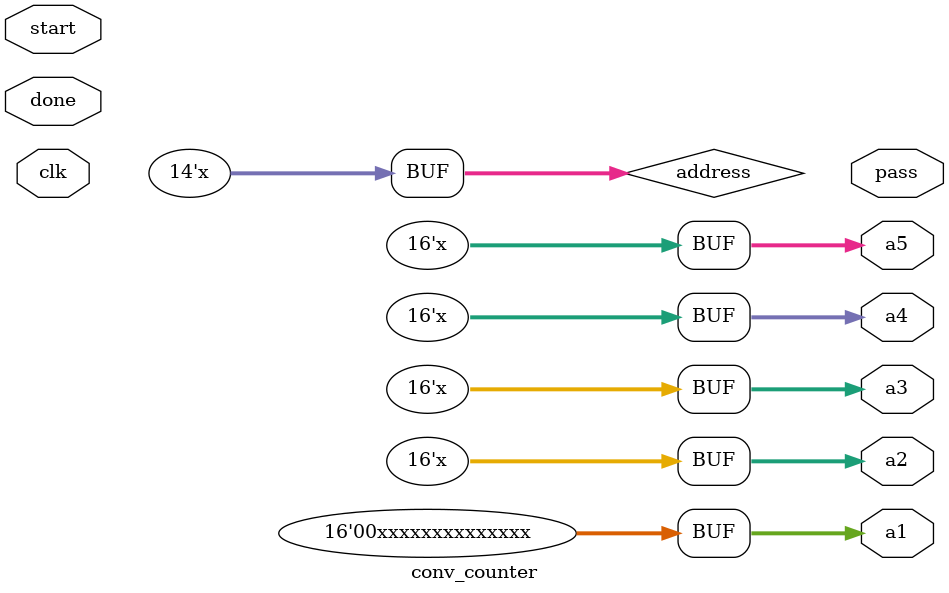
<source format=v>
`timescale 1ns / 1ps


module conv_counter(clk,done,pass,start,
                    a1,a2,a3,a4,a5);

    input clk;
    input done;
    input start;
    
    output reg pass;
    output [15:0] a1;
    output [15:0] a2;
    output [15:0] a3;
    output [15:0] a4;
    output [15:0] a5;
    
    reg [13:0] address;
    reg [2:0] count;
    
    assign a1 = address;
    assign a2 = address+11520;
    assign a3 = address+23040;
    assign a4 = address+34560;
    assign a5 = address+46080;
    
    initial begin 
        address <= 14'b00_0000_0000_0000;
        end

    
    always @ (start) begin
        if (done) 
            address <= address + 14'b00_0000_0000_0001;
        else
            address <= address;
        end
    /*
    always @ (posedge clk) begin
        if (reset)
            address <= 14'b00_0000_0000_0000;
        else if (address > 11519)
            address <= 14'b00_0000_0000_0000;
        else if (start)
            address <= address + 14'b00_0000_0000_0001;
        else 
            address <= address;
        end*/
    
endmodule

</source>
